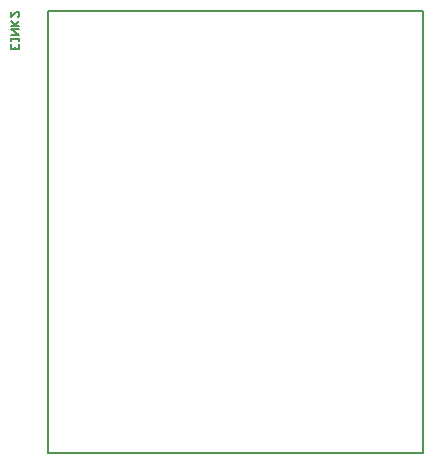
<source format=gbr>
G04 EAGLE Gerber RS-274X export*
G75*
%MOMM*%
%FSLAX34Y34*%
%LPD*%
%INSilkscreen Bottom*%
%IPPOS*%
%AMOC8*
5,1,8,0,0,1.08239X$1,22.5*%
G01*
%ADD10C,0.127000*%
%ADD11C,0.152400*%


D10*
X-160700Y187490D02*
X157300Y187490D01*
X157300Y-186510D02*
X-160700Y-186510D01*
X-160700Y187490D01*
X157300Y187490D01*
X157300Y-186510D01*
X-160700Y-186510D01*
D11*
X-184956Y155326D02*
X-184956Y159732D01*
X-184956Y155326D02*
X-191566Y155326D01*
X-191566Y159732D01*
X-188261Y157529D02*
X-188261Y155326D01*
X-191566Y162810D02*
X-191566Y165013D01*
X-191566Y163912D02*
X-184956Y163912D01*
X-184956Y165013D02*
X-184956Y162810D01*
X-184956Y167800D02*
X-191566Y167800D01*
X-191566Y172206D02*
X-184956Y167800D01*
X-184956Y172206D02*
X-191566Y172206D01*
X-191566Y175284D02*
X-184956Y175284D01*
X-184956Y179690D02*
X-189363Y175284D01*
X-188261Y176385D02*
X-191566Y179690D01*
X-191566Y182768D02*
X-191566Y187174D01*
X-191566Y182768D02*
X-187160Y187174D01*
X-186058Y187174D01*
X-184956Y186073D01*
X-184956Y183869D01*
X-186058Y182768D01*
M02*

</source>
